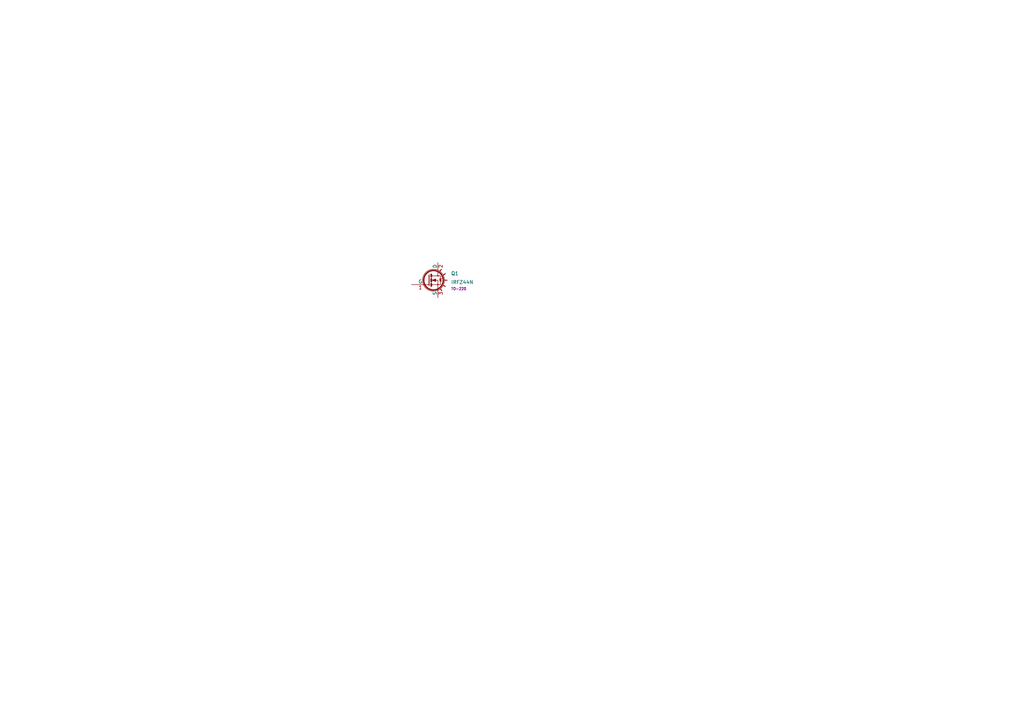
<source format=kicad_sch>
(kicad_sch (version 20231120) (generator "eeschema") (generator_version "8.0")
  (paper "A4")
  (lib_symbols
    (symbol "EESTN5:IRFZ44N" (pin_names (offset 0))
      (property "Reference" "Q" (at 0 -3.7592 0))
      (property "Value" "IRFZ44N" (at 3.81 7.62 0))
      (property "Footprint" "TO-220" (at -4.5466 2.5654 0))
      (symbol "IRFZ44N_0_1"
        (polyline (pts (xy 0.635 -1.016) (xy 0.635 -1.651)) (stroke (width 0.508)))
        (polyline (pts (xy 0.635 0.381) (xy 0.635 -0.381)) (stroke (width 0.508)))
        (polyline (pts (xy 0.635 1.651) (xy 0.635 1.016)) (stroke (width 0.508)))
        (polyline (pts (xy 3.048 0.381) (xy 2.921 0.254)))
        (polyline (pts (xy 3.048 0.381) (xy 3.556 0.381)))
        (polyline (pts (xy 3.175 2.667) (xy 3.556 3.175)) (stroke (width 0.254)))
        (polyline (pts (xy 3.302 -2.54) (xy 3.683 -3.048)) (stroke (width 0.254)))
        (polyline (pts (xy 3.556 0.381) (xy 3.683 0.508)))
        (polyline (pts (xy 4.191 -1.524) (xy 4.699 -1.778)) (stroke (width 0.254)))
        (polyline (pts (xy 4.191 1.524) (xy 4.699 1.905)) (stroke (width 0.254)))
        (polyline (pts (xy 4.572 0) (xy 5.207 0)) (stroke (width 0.254)))
        (polyline (pts (xy 0 1.524) (xy 0 -1.524) (xy 0 -1.524)) (stroke (width 0.254)))
        (polyline (pts (xy 0.762 -1.27) (xy 2.54 -1.27) (xy 2.54 -2.54) (xy 2.54 -2.54)))
        (polyline (pts (xy 0.762 1.27) (xy 2.54 1.27) (xy 2.54 2.54) (xy 2.54 2.54)))
        (polyline (pts (xy 2.54 1.27) (xy 3.302 1.27) (xy 3.302 -1.27) (xy 2.54 -1.27)))
        (polyline (pts (xy 3.302 0.381) (xy 3.048 -0.254) (xy 3.556 -0.254) (xy 3.302 0.381)) (fill (type outline)))
        (polyline (pts (xy 0.762 0) (xy 1.27 0) (xy 2.54 0) (xy 2.54 -1.27) (xy 2.54 -1.27)))
        (polyline (pts (xy 0.889 0) (xy 1.905 0.381) (xy 1.905 -0.381) (xy 0.889 0) (xy 1.016 0) (xy 1.016 0)) (fill (type outline)))
        (circle (center 1.27 0) (radius 2.8194) (stroke (width 0.3556)))
        (circle (center 1.27 0) (radius 3.175))
        (circle (center 2.54 -1.27) (radius 0.127))
        (circle (center 2.54 1.27) (radius 0.127))
      )
      (symbol "IRFZ44N_1_1"
        (pin input line (at -5.08 -1.27 0) (length 5.08) (name "G") (number "1"))
        (pin passive line (at 2.54 5.08 270) (length 2.032) (name "D") (number "2"))
        (pin passive line (at 2.54 -5.08 90) (length 2.54) (name "S") (number "3"))
      )
    )
  )
  (symbol (lib_id "EESTN5:IRFZ44N") (at 124.46 81.28 0) (unit 1)
    (property "Reference" "Q1" (at 130.81 79.3114 0) (effects (font (size 1.016 1.016)) (justify left)))
    (property "Value" "IRFZ44N" (at 130.81 81.8514 0) (effects (font (size 1.016 1.016)) (justify left)))
    (property "Footprint" "TO-220" (at 130.81 83.7565 0) (effects (font (size 0.7366 0.7366)) (justify left)))
  )
)
</source>
